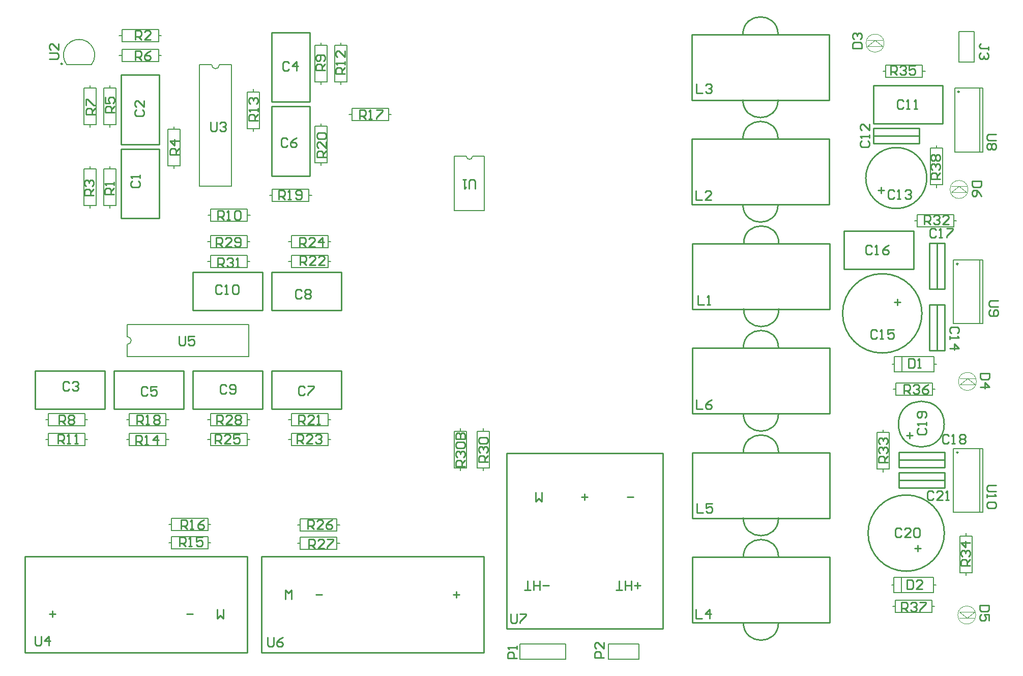
<source format=gto>
%FSAX24Y24*%
%MOIN*%
G70*
G01*
G75*
%ADD10C,0.0350*%
%ADD11C,0.0600*%
%ADD12C,0.0500*%
%ADD13C,0.1000*%
%ADD14C,0.0800*%
%ADD15R,0.0591X0.0591*%
%ADD16C,0.0591*%
%ADD17R,0.0630X0.0630*%
%ADD18C,0.0630*%
%ADD19O,0.0787X0.0551*%
%ADD20R,0.0787X0.0551*%
%ADD21R,0.0600X0.0600*%
%ADD22C,0.0600*%
G04:AMPARAMS|DCode=23|XSize=60mil|YSize=60mil|CornerRadius=7.5mil|HoleSize=0mil|Usage=FLASHONLY|Rotation=0.000|XOffset=0mil|YOffset=0mil|HoleType=Round|Shape=RoundedRectangle|*
%AMROUNDEDRECTD23*
21,1,0.0600,0.0450,0,0,0.0*
21,1,0.0450,0.0600,0,0,0.0*
1,1,0.0150,0.0225,-0.0225*
1,1,0.0150,-0.0225,-0.0225*
1,1,0.0150,-0.0225,0.0225*
1,1,0.0150,0.0225,0.0225*
%
%ADD23ROUNDEDRECTD23*%
%ADD24C,0.0906*%
%ADD25O,0.0394X0.0787*%
%ADD26R,0.0394X0.0787*%
%ADD27R,0.0591X0.0591*%
%ADD28C,0.0650*%
%ADD29C,0.0591*%
%ADD30R,0.0591X0.0591*%
%ADD31R,0.0591X0.0591*%
%ADD32C,0.2500*%
%ADD33C,0.0450*%
%ADD34C,0.0800*%
%ADD35C,0.0100*%
%ADD36C,0.0098*%
%ADD37C,0.0050*%
%ADD38C,0.0079*%
%ADD39C,0.0040*%
%ADD40C,0.0060*%
D35*
X090749Y055190D02*
G03*
X090749Y055190I-002000J000000D01*
G01*
X090429Y046320D02*
G03*
X090429Y046320I-002600J000000D01*
G01*
X091889Y039060D02*
G03*
X091889Y039060I-001500J000000D01*
G01*
X091899Y031920D02*
G03*
X091899Y031920I-002500J000000D01*
G01*
X078749Y046600D02*
G03*
X081049Y046600I001150J000000D01*
G01*
Y050900D02*
G03*
X078749Y050900I-001150J000000D01*
G01*
X078699Y053450D02*
G03*
X080999Y053450I001150J000000D01*
G01*
Y057750D02*
G03*
X078699Y057750I-001150J000000D01*
G01*
Y060300D02*
G03*
X080999Y060300I001150J000000D01*
G01*
Y064600D02*
G03*
X078699Y064600I-001150J000000D01*
G01*
X078729Y026050D02*
G03*
X081029Y026050I001150J000000D01*
G01*
Y030350D02*
G03*
X078729Y030350I-001150J000000D01*
G01*
Y032900D02*
G03*
X081029Y032900I001150J000000D01*
G01*
Y037200D02*
G03*
X078729Y037200I-001150J000000D01*
G01*
Y039750D02*
G03*
X081029Y039750I001150J000000D01*
G01*
Y044050D02*
G03*
X078729Y044050I-001150J000000D01*
G01*
X050320Y055330D02*
Y059880D01*
X047820Y055330D02*
X050320D01*
X047820D02*
Y059880D01*
X050320D01*
X047820Y060180D02*
Y064730D01*
X050320D01*
Y060180D02*
Y064730D01*
X047820Y060180D02*
X050320D01*
X042657Y049030D02*
X047207D01*
Y046530D02*
Y049030D01*
X042657Y046530D02*
X047207D01*
X042657D02*
Y049030D01*
Y042550D02*
X047207D01*
Y040050D02*
Y042550D01*
X042657Y040050D02*
X047207D01*
X042657D02*
Y042550D01*
X047820Y049030D02*
X052370D01*
Y046530D02*
Y049030D01*
X047820Y046530D02*
X052370D01*
X047820D02*
Y049030D01*
Y042550D02*
X052370D01*
Y040050D02*
Y042550D01*
X047820Y040050D02*
X052370D01*
X047820D02*
Y042550D01*
X037493Y040050D02*
X042043D01*
X037493D02*
Y042550D01*
X042043D01*
Y040050D02*
Y042550D01*
X032330Y040050D02*
X036880D01*
X032330D02*
Y042550D01*
X036880D01*
Y040050D02*
Y042550D01*
X037950Y057400D02*
Y061950D01*
X040450D01*
Y057400D02*
Y061950D01*
X037950Y057400D02*
X040450D01*
Y052550D02*
Y057100D01*
X037950Y052550D02*
X040450D01*
X037950D02*
Y057100D01*
X040450D01*
X087249Y061240D02*
X091799D01*
Y058740D02*
Y061240D01*
X087249Y058740D02*
X091799D01*
X087249D02*
Y061240D01*
X090249Y057470D02*
Y058470D01*
X090137D02*
X090249D01*
X087249Y057470D02*
Y058470D01*
Y057970D02*
X090199D01*
X088099D02*
X088949D01*
X087249Y057470D02*
X090249D01*
X087249Y058470D02*
X090137D01*
X087549Y054390D02*
X087949D01*
X087749Y054190D02*
Y054590D01*
X090909Y046890D02*
X091909D01*
X090909Y046778D02*
Y046890D01*
Y043890D02*
X091909D01*
X091409D02*
Y046840D01*
Y044740D02*
Y045590D01*
X091909Y043890D02*
Y046890D01*
X090909Y043890D02*
Y046778D01*
X088629Y047070D02*
X089029D01*
X088829Y046870D02*
Y047270D01*
X085319Y051710D02*
X089869D01*
Y049210D02*
Y051710D01*
X085319Y049210D02*
X089869D01*
X085319D02*
Y051710D01*
X090909Y047930D02*
X091909D01*
Y048042D01*
X090909Y050930D02*
X091909D01*
X091409Y047980D02*
Y050930D01*
Y049230D02*
Y050080D01*
X090909Y047930D02*
Y050930D01*
X091909Y048042D02*
Y050930D01*
Y036220D02*
Y037220D01*
X091797D02*
X091909D01*
X088909Y036220D02*
Y037220D01*
Y036720D02*
X091859D01*
X089759D02*
X090609D01*
X088909Y036220D02*
X091909D01*
X088909Y037220D02*
X091797D01*
X089614Y038110D02*
Y038510D01*
X089414Y038310D02*
X089814D01*
X090149Y030720D02*
Y031120D01*
X089949Y030920D02*
X090349D01*
X088919Y034880D02*
Y035880D01*
Y034880D02*
X089032D01*
X091919D02*
Y035880D01*
X088969Y035380D02*
X091919D01*
X090219D02*
X091069D01*
X088919Y035880D02*
X091919D01*
X089032Y034880D02*
X091919D01*
X075399Y046600D02*
Y050900D01*
X084399Y046600D02*
Y050900D01*
X075399D02*
X084399D01*
X075399Y046600D02*
X084399D01*
X075349Y053450D02*
Y057750D01*
X084349Y053450D02*
Y057750D01*
X075349D02*
X084349D01*
X075349Y053450D02*
X084349D01*
X075349Y060300D02*
Y064600D01*
X084349Y060300D02*
Y064600D01*
X075349D02*
X084349D01*
X075349Y060300D02*
X084349D01*
X075379Y026050D02*
Y030350D01*
X084379Y026050D02*
Y030350D01*
X075379D02*
X084379D01*
X075379Y026050D02*
X084379D01*
X075379Y032900D02*
Y037200D01*
X084379Y032900D02*
Y037200D01*
X075379D02*
X084379D01*
X075379Y032900D02*
X084379D01*
X075379Y039750D02*
Y044050D01*
X084379Y039750D02*
Y044050D01*
X075379D02*
X084379D01*
X075379Y039750D02*
X084379D01*
X031665Y030397D02*
X046232D01*
X031665Y024098D02*
Y030397D01*
Y024098D02*
X046232D01*
Y030397D01*
X047138Y024103D02*
X061705D01*
Y030402D01*
X047138D02*
X061705D01*
X047138Y024103D02*
Y030402D01*
X063212Y025652D02*
X073448D01*
X063212D02*
Y037148D01*
X073448D01*
Y025652D02*
Y037148D01*
X051400Y056570D02*
X050800D01*
Y056870D01*
X050900Y056970D01*
X051100D01*
X051200Y056870D01*
Y056570D01*
Y056770D02*
X051400Y056970D01*
Y057570D02*
Y057170D01*
X051000Y057570D01*
X050900D01*
X050800Y057470D01*
Y057270D01*
X050900Y057170D01*
Y057770D02*
X050800Y057870D01*
Y058070D01*
X050900Y058169D01*
X051300D01*
X051400Y058070D01*
Y057870D01*
X051300Y057770D01*
X050900D01*
X048290Y053780D02*
Y054380D01*
X048590D01*
X048690Y054280D01*
Y054080D01*
X048590Y053980D01*
X048290D01*
X048490D02*
X048690Y053780D01*
X048890D02*
X049090D01*
X048990D01*
Y054380D01*
X048890Y054280D01*
X049390Y053880D02*
X049490Y053780D01*
X049690D01*
X049790Y053880D01*
Y054280D01*
X049690Y054380D01*
X049490D01*
X049390Y054280D01*
Y054180D01*
X049490Y054080D01*
X049790D01*
X053570Y059050D02*
Y059650D01*
X053870D01*
X053970Y059550D01*
Y059350D01*
X053870Y059250D01*
X053570D01*
X053770D02*
X053970Y059050D01*
X054170D02*
X054370D01*
X054270D01*
Y059650D01*
X054170Y059550D01*
X054670Y059650D02*
X055070D01*
Y059550D01*
X054670Y059150D01*
Y059050D01*
X046910Y058970D02*
X046310D01*
Y059270D01*
X046410Y059370D01*
X046610D01*
X046710Y059270D01*
Y058970D01*
Y059170D02*
X046910Y059370D01*
Y059570D02*
Y059770D01*
Y059670D01*
X046310D01*
X046410Y059570D01*
Y060070D02*
X046310Y060170D01*
Y060370D01*
X046410Y060470D01*
X046510D01*
X046610Y060370D01*
Y060270D01*
Y060370D01*
X046710Y060470D01*
X046810D01*
X046910Y060370D01*
Y060170D01*
X046810Y060070D01*
X052630Y062020D02*
X052030D01*
Y062320D01*
X052130Y062420D01*
X052330D01*
X052430Y062320D01*
Y062020D01*
Y062220D02*
X052630Y062420D01*
Y062620D02*
Y062820D01*
Y062720D01*
X052030D01*
X052130Y062620D01*
X052630Y063520D02*
Y063120D01*
X052230Y063520D01*
X052130D01*
X052030Y063420D01*
Y063220D01*
X052130Y063120D01*
X044270Y052440D02*
Y053040D01*
X044570D01*
X044670Y052940D01*
Y052740D01*
X044570Y052640D01*
X044270D01*
X044470D02*
X044670Y052440D01*
X044870D02*
X045070D01*
X044970D01*
Y053040D01*
X044870Y052940D01*
X045370D02*
X045470Y053040D01*
X045670D01*
X045770Y052940D01*
Y052540D01*
X045670Y052440D01*
X045470D01*
X045370Y052540D01*
Y052940D01*
X051320Y062270D02*
X050720D01*
Y062570D01*
X050820Y062670D01*
X051020D01*
X051120Y062570D01*
Y062270D01*
Y062470D02*
X051320Y062670D01*
X051220Y062870D02*
X051320Y062970D01*
Y063170D01*
X051220Y063270D01*
X050820D01*
X050720Y063170D01*
Y062970D01*
X050820Y062870D01*
X050920D01*
X051020Y062970D01*
Y063270D01*
X048850Y057710D02*
X048750Y057810D01*
X048550D01*
X048450Y057710D01*
Y057310D01*
X048550Y057210D01*
X048750D01*
X048850Y057310D01*
X049450Y057810D02*
X049250Y057710D01*
X049050Y057510D01*
Y057310D01*
X049150Y057210D01*
X049350D01*
X049450Y057310D01*
Y057410D01*
X049350Y057510D01*
X049050D01*
X048950Y062710D02*
X048850Y062810D01*
X048650D01*
X048550Y062710D01*
Y062310D01*
X048650Y062210D01*
X048850D01*
X048950Y062310D01*
X049450Y062210D02*
Y062810D01*
X049150Y062510D01*
X049550D01*
X044270Y049370D02*
Y049970D01*
X044570D01*
X044670Y049870D01*
Y049670D01*
X044570Y049570D01*
X044270D01*
X044470D02*
X044670Y049370D01*
X044870Y049870D02*
X044970Y049970D01*
X045170D01*
X045270Y049870D01*
Y049770D01*
X045170Y049670D01*
X045070D01*
X045170D01*
X045270Y049570D01*
Y049470D01*
X045170Y049370D01*
X044970D01*
X044870Y049470D01*
X045470Y049370D02*
X045670D01*
X045570D01*
Y049970D01*
X045470Y049870D01*
X044200Y050700D02*
Y051300D01*
X044500D01*
X044600Y051200D01*
Y051000D01*
X044500Y050900D01*
X044200D01*
X044400D02*
X044600Y050700D01*
X045200D02*
X044800D01*
X045200Y051100D01*
Y051200D01*
X045100Y051300D01*
X044900D01*
X044800Y051200D01*
X045400Y050800D02*
X045500Y050700D01*
X045700D01*
X045799Y050800D01*
Y051200D01*
X045700Y051300D01*
X045500D01*
X045400Y051200D01*
Y051100D01*
X045500Y051000D01*
X045799D01*
X044220Y039060D02*
Y039660D01*
X044520D01*
X044620Y039560D01*
Y039360D01*
X044520Y039260D01*
X044220D01*
X044420D02*
X044620Y039060D01*
X045220D02*
X044820D01*
X045220Y039460D01*
Y039560D01*
X045120Y039660D01*
X044920D01*
X044820Y039560D01*
X045420D02*
X045520Y039660D01*
X045720D01*
X045819Y039560D01*
Y039460D01*
X045720Y039360D01*
X045819Y039260D01*
Y039160D01*
X045720Y039060D01*
X045520D01*
X045420Y039160D01*
Y039260D01*
X045520Y039360D01*
X045420Y039460D01*
Y039560D01*
X045520Y039360D02*
X045720D01*
X044130Y037800D02*
Y038400D01*
X044430D01*
X044530Y038300D01*
Y038100D01*
X044430Y038000D01*
X044130D01*
X044330D02*
X044530Y037800D01*
X045130D02*
X044730D01*
X045130Y038200D01*
Y038300D01*
X045030Y038400D01*
X044830D01*
X044730Y038300D01*
X045729Y038400D02*
X045330D01*
Y038100D01*
X045530Y038200D01*
X045630D01*
X045729Y038100D01*
Y037900D01*
X045630Y037800D01*
X045430D01*
X045330Y037900D01*
X049650Y050680D02*
Y051280D01*
X049950D01*
X050050Y051180D01*
Y050980D01*
X049950Y050880D01*
X049650D01*
X049850D02*
X050050Y050680D01*
X050650D02*
X050250D01*
X050650Y051080D01*
Y051180D01*
X050550Y051280D01*
X050350D01*
X050250Y051180D01*
X051150Y050680D02*
Y051280D01*
X050850Y050980D01*
X051249D01*
X049470Y037780D02*
Y038380D01*
X049770D01*
X049870Y038280D01*
Y038080D01*
X049770Y037980D01*
X049470D01*
X049670D02*
X049870Y037780D01*
X050470D02*
X050070D01*
X050470Y038180D01*
Y038280D01*
X050370Y038380D01*
X050170D01*
X050070Y038280D01*
X050670D02*
X050770Y038380D01*
X050970D01*
X051069Y038280D01*
Y038180D01*
X050970Y038080D01*
X050870D01*
X050970D01*
X051069Y037980D01*
Y037880D01*
X050970Y037780D01*
X050770D01*
X050670Y037880D01*
X049670Y049500D02*
Y050100D01*
X049970D01*
X050070Y050000D01*
Y049800D01*
X049970Y049700D01*
X049670D01*
X049870D02*
X050070Y049500D01*
X050670D02*
X050270D01*
X050670Y049900D01*
Y050000D01*
X050570Y050100D01*
X050370D01*
X050270Y050000D01*
X051269Y049500D02*
X050870D01*
X051269Y049900D01*
Y050000D01*
X051170Y050100D01*
X050970D01*
X050870Y050000D01*
X049600Y039040D02*
Y039640D01*
X049900D01*
X050000Y039540D01*
Y039340D01*
X049900Y039240D01*
X049600D01*
X049800D02*
X050000Y039040D01*
X050600D02*
X050200D01*
X050600Y039440D01*
Y039540D01*
X050500Y039640D01*
X050300D01*
X050200Y039540D01*
X050800Y039040D02*
X051000D01*
X050900D01*
Y039640D01*
X050800Y039540D01*
X038990Y039040D02*
Y039640D01*
X039290D01*
X039390Y039540D01*
Y039340D01*
X039290Y039240D01*
X038990D01*
X039190D02*
X039390Y039040D01*
X039590D02*
X039790D01*
X039690D01*
Y039640D01*
X039590Y039540D01*
X040090D02*
X040190Y039640D01*
X040390D01*
X040490Y039540D01*
Y039440D01*
X040390Y039340D01*
X040490Y039240D01*
Y039140D01*
X040390Y039040D01*
X040190D01*
X040090Y039140D01*
Y039240D01*
X040190Y039340D01*
X040090Y039440D01*
Y039540D01*
X040190Y039340D02*
X040390D01*
X038920Y037730D02*
Y038330D01*
X039220D01*
X039320Y038230D01*
Y038030D01*
X039220Y037930D01*
X038920D01*
X039120D02*
X039320Y037730D01*
X039520D02*
X039720D01*
X039620D01*
Y038330D01*
X039520Y038230D01*
X040320Y037730D02*
Y038330D01*
X040020Y038030D01*
X040420D01*
X033810Y037780D02*
Y038380D01*
X034110D01*
X034210Y038280D01*
Y038080D01*
X034110Y037980D01*
X033810D01*
X034010D02*
X034210Y037780D01*
X034410D02*
X034610D01*
X034510D01*
Y038380D01*
X034410Y038280D01*
X034910Y037780D02*
X035110D01*
X035010D01*
Y038380D01*
X034910Y038280D01*
X033880Y039060D02*
Y039660D01*
X034180D01*
X034280Y039560D01*
Y039360D01*
X034180Y039260D01*
X033880D01*
X034080D02*
X034280Y039060D01*
X034480Y039560D02*
X034580Y039660D01*
X034780D01*
X034880Y039560D01*
Y039460D01*
X034780Y039360D01*
X034880Y039260D01*
Y039160D01*
X034780Y039060D01*
X034580D01*
X034480Y039160D01*
Y039260D01*
X034580Y039360D01*
X034480Y039460D01*
Y039560D01*
X034580Y039360D02*
X034780D01*
X044540Y048090D02*
X044440Y048190D01*
X044240D01*
X044140Y048090D01*
Y047690D01*
X044240Y047590D01*
X044440D01*
X044540Y047690D01*
X044740Y047590D02*
X044940D01*
X044840D01*
Y048190D01*
X044740Y048090D01*
X045240D02*
X045340Y048190D01*
X045540D01*
X045640Y048090D01*
Y047690D01*
X045540Y047590D01*
X045340D01*
X045240Y047690D01*
Y048090D01*
X044850Y041550D02*
X044750Y041650D01*
X044550D01*
X044450Y041550D01*
Y041150D01*
X044550Y041050D01*
X044750D01*
X044850Y041150D01*
X045050D02*
X045150Y041050D01*
X045350D01*
X045450Y041150D01*
Y041550D01*
X045350Y041650D01*
X045150D01*
X045050Y041550D01*
Y041450D01*
X045150Y041350D01*
X045450D01*
X049770Y047800D02*
X049670Y047900D01*
X049470D01*
X049370Y047800D01*
Y047400D01*
X049470Y047300D01*
X049670D01*
X049770Y047400D01*
X049970Y047800D02*
X050070Y047900D01*
X050270D01*
X050370Y047800D01*
Y047700D01*
X050270Y047600D01*
X050370Y047500D01*
Y047400D01*
X050270Y047300D01*
X050070D01*
X049970Y047400D01*
Y047500D01*
X050070Y047600D01*
X049970Y047700D01*
Y047800D01*
X050070Y047600D02*
X050270D01*
X050000Y041460D02*
X049900Y041560D01*
X049700D01*
X049600Y041460D01*
Y041060D01*
X049700Y040960D01*
X049900D01*
X050000Y041060D01*
X050200Y041560D02*
X050600D01*
Y041460D01*
X050200Y041060D01*
Y040960D01*
X039690Y041420D02*
X039590Y041520D01*
X039390D01*
X039290Y041420D01*
Y041020D01*
X039390Y040920D01*
X039590D01*
X039690Y041020D01*
X040290Y041520D02*
X039890D01*
Y041220D01*
X040090Y041320D01*
X040190D01*
X040290Y041220D01*
Y041020D01*
X040190Y040920D01*
X039990D01*
X039890Y041020D01*
X034550Y041740D02*
X034450Y041840D01*
X034250D01*
X034150Y041740D01*
Y041340D01*
X034250Y041240D01*
X034450D01*
X034550Y041340D01*
X034750Y041740D02*
X034850Y041840D01*
X035050D01*
X035150Y041740D01*
Y041640D01*
X035050Y041540D01*
X034950D01*
X035050D01*
X035150Y041440D01*
Y041340D01*
X035050Y041240D01*
X034850D01*
X034750Y041340D01*
X036240Y059350D02*
X035640D01*
Y059650D01*
X035740Y059750D01*
X035940D01*
X036040Y059650D01*
Y059350D01*
Y059550D02*
X036240Y059750D01*
X035640Y059950D02*
Y060350D01*
X035740D01*
X036140Y059950D01*
X036240D01*
X038890Y062910D02*
Y063510D01*
X039190D01*
X039290Y063410D01*
Y063210D01*
X039190Y063110D01*
X038890D01*
X039090D02*
X039290Y062910D01*
X039890Y063510D02*
X039690Y063410D01*
X039490Y063210D01*
Y063010D01*
X039590Y062910D01*
X039790D01*
X039890Y063010D01*
Y063110D01*
X039790Y063210D01*
X039490D01*
X037510Y059500D02*
X036910D01*
Y059800D01*
X037010Y059900D01*
X037210D01*
X037310Y059800D01*
Y059500D01*
Y059700D02*
X037510Y059900D01*
X036910Y060500D02*
Y060100D01*
X037210D01*
X037110Y060300D01*
Y060400D01*
X037210Y060500D01*
X037410D01*
X037510Y060400D01*
Y060200D01*
X037410Y060100D01*
X041740Y056730D02*
X041140D01*
Y057030D01*
X041240Y057130D01*
X041440D01*
X041540Y057030D01*
Y056730D01*
Y056930D02*
X041740Y057130D01*
Y057630D02*
X041140D01*
X041440Y057330D01*
Y057730D01*
X036160Y054070D02*
X035560D01*
Y054370D01*
X035660Y054470D01*
X035860D01*
X035960Y054370D01*
Y054070D01*
Y054270D02*
X036160Y054470D01*
X035660Y054670D02*
X035560Y054770D01*
Y054970D01*
X035660Y055070D01*
X035760D01*
X035860Y054970D01*
Y054870D01*
Y054970D01*
X035960Y055070D01*
X036060D01*
X036160Y054970D01*
Y054770D01*
X036060Y054670D01*
X038870Y064240D02*
Y064840D01*
X039170D01*
X039270Y064740D01*
Y064540D01*
X039170Y064440D01*
X038870D01*
X039070D02*
X039270Y064240D01*
X039870D02*
X039470D01*
X039870Y064640D01*
Y064740D01*
X039770Y064840D01*
X039570D01*
X039470Y064740D01*
X037490Y054120D02*
X036890D01*
Y054420D01*
X036990Y054520D01*
X037190D01*
X037290Y054420D01*
Y054120D01*
Y054320D02*
X037490Y054520D01*
Y054720D02*
Y054920D01*
Y054820D01*
X036890D01*
X036990Y054720D01*
X038960Y059660D02*
X038860Y059560D01*
Y059360D01*
X038960Y059260D01*
X039360D01*
X039460Y059360D01*
Y059560D01*
X039360Y059660D01*
X039460Y060260D02*
Y059860D01*
X039060Y060260D01*
X038960D01*
X038860Y060160D01*
Y059960D01*
X038960Y059860D01*
X038700Y055000D02*
X038600Y054900D01*
Y054700D01*
X038700Y054600D01*
X039100D01*
X039200Y054700D01*
Y054900D01*
X039100Y055000D01*
X039200Y055200D02*
Y055400D01*
Y055300D01*
X038600D01*
X038700Y055200D01*
X089210Y060230D02*
X089110Y060330D01*
X088910D01*
X088810Y060230D01*
Y059830D01*
X088910Y059730D01*
X089110D01*
X089210Y059830D01*
X089410Y059730D02*
X089610D01*
X089510D01*
Y060330D01*
X089410Y060230D01*
X089910Y059730D02*
X090110D01*
X090010D01*
Y060330D01*
X089910Y060230D01*
X086470Y057610D02*
X086370Y057510D01*
Y057310D01*
X086470Y057210D01*
X086870D01*
X086970Y057310D01*
Y057510D01*
X086870Y057610D01*
X086970Y057810D02*
Y058010D01*
Y057910D01*
X086370D01*
X086470Y057810D01*
X086970Y058710D02*
Y058310D01*
X086570Y058710D01*
X086470D01*
X086370Y058610D01*
Y058410D01*
X086470Y058310D01*
X088630Y054310D02*
X088530Y054410D01*
X088330D01*
X088230Y054310D01*
Y053910D01*
X088330Y053810D01*
X088530D01*
X088630Y053910D01*
X088830Y053810D02*
X089030D01*
X088930D01*
Y054410D01*
X088830Y054310D01*
X089330D02*
X089430Y054410D01*
X089630D01*
X089730Y054310D01*
Y054210D01*
X089630Y054110D01*
X089530D01*
X089630D01*
X089730Y054010D01*
Y053910D01*
X089630Y053810D01*
X089430D01*
X089330Y053910D01*
X092760Y045010D02*
X092860Y045110D01*
Y045310D01*
X092760Y045410D01*
X092360D01*
X092260Y045310D01*
Y045110D01*
X092360Y045010D01*
X092260Y044810D02*
Y044610D01*
Y044710D01*
X092860D01*
X092760Y044810D01*
X092260Y044010D02*
X092860D01*
X092560Y044310D01*
Y043910D01*
X087470Y045160D02*
X087370Y045260D01*
X087170D01*
X087070Y045160D01*
Y044760D01*
X087170Y044660D01*
X087370D01*
X087470Y044760D01*
X087670Y044660D02*
X087870D01*
X087770D01*
Y045260D01*
X087670Y045160D01*
X088570Y045260D02*
X088170D01*
Y044960D01*
X088370Y045060D01*
X088470D01*
X088570Y044960D01*
Y044760D01*
X088470Y044660D01*
X088270D01*
X088170Y044760D01*
X087160Y050700D02*
X087060Y050800D01*
X086860D01*
X086760Y050700D01*
Y050300D01*
X086860Y050200D01*
X087060D01*
X087160Y050300D01*
X087360Y050200D02*
X087560D01*
X087460D01*
Y050800D01*
X087360Y050700D01*
X088260Y050800D02*
X088060Y050700D01*
X087860Y050500D01*
Y050300D01*
X087960Y050200D01*
X088160D01*
X088260Y050300D01*
Y050400D01*
X088160Y050500D01*
X087860D01*
X091360Y051780D02*
X091260Y051880D01*
X091060D01*
X090960Y051780D01*
Y051380D01*
X091060Y051280D01*
X091260D01*
X091360Y051380D01*
X091560Y051280D02*
X091760D01*
X091660D01*
Y051880D01*
X091560Y051780D01*
X092060Y051880D02*
X092460D01*
Y051780D01*
X092060Y051380D01*
Y051280D01*
X092200Y038280D02*
X092100Y038380D01*
X091900D01*
X091800Y038280D01*
Y037880D01*
X091900Y037780D01*
X092100D01*
X092200Y037880D01*
X092400Y037780D02*
X092600D01*
X092500D01*
Y038380D01*
X092400Y038280D01*
X092900D02*
X093000Y038380D01*
X093200D01*
X093300Y038280D01*
Y038180D01*
X093200Y038080D01*
X093300Y037980D01*
Y037880D01*
X093200Y037780D01*
X093000D01*
X092900Y037880D01*
Y037980D01*
X093000Y038080D01*
X092900Y038180D01*
Y038280D01*
X093000Y038080D02*
X093200D01*
X090220Y038800D02*
X090120Y038700D01*
Y038500D01*
X090220Y038400D01*
X090620D01*
X090720Y038500D01*
Y038700D01*
X090620Y038800D01*
X090720Y039000D02*
Y039200D01*
Y039100D01*
X090120D01*
X090220Y039000D01*
X090620Y039500D02*
X090720Y039600D01*
Y039800D01*
X090620Y039900D01*
X090220D01*
X090120Y039800D01*
Y039600D01*
X090220Y039500D01*
X090320D01*
X090420Y039600D01*
Y039900D01*
X089090Y032170D02*
X088990Y032270D01*
X088790D01*
X088690Y032170D01*
Y031770D01*
X088790Y031670D01*
X088990D01*
X089090Y031770D01*
X089690Y031670D02*
X089290D01*
X089690Y032070D01*
Y032170D01*
X089590Y032270D01*
X089390D01*
X089290Y032170D01*
X089890D02*
X089990Y032270D01*
X090190D01*
X090289Y032170D01*
Y031770D01*
X090190Y031670D01*
X089990D01*
X089890Y031770D01*
Y032170D01*
X091170Y034590D02*
X091070Y034690D01*
X090870D01*
X090770Y034590D01*
Y034190D01*
X090870Y034090D01*
X091070D01*
X091170Y034190D01*
X091770Y034090D02*
X091370D01*
X091770Y034490D01*
Y034590D01*
X091670Y034690D01*
X091470D01*
X091370Y034590D01*
X091970Y034090D02*
X092170D01*
X092070D01*
Y034690D01*
X091970Y034590D01*
X089560Y043340D02*
Y042740D01*
X089860D01*
X089960Y042840D01*
Y043240D01*
X089860Y043340D01*
X089560D01*
X090160Y042740D02*
X090360D01*
X090260D01*
Y043340D01*
X090160Y043240D01*
X089440Y028870D02*
Y028270D01*
X089740D01*
X089840Y028370D01*
Y028770D01*
X089740Y028870D01*
X089440D01*
X090440Y028270D02*
X090040D01*
X090440Y028670D01*
Y028770D01*
X090340Y028870D01*
X090140D01*
X090040Y028770D01*
X094780Y063600D02*
Y063800D01*
Y063700D01*
X094280D01*
X094180Y063800D01*
Y063900D01*
X094280Y064000D01*
X094680Y063400D02*
X094780Y063300D01*
Y063100D01*
X094680Y063000D01*
X094580D01*
X094480Y063100D01*
Y063200D01*
Y063100D01*
X094380Y063000D01*
X094280D01*
X094180Y063100D01*
Y063300D01*
X094280Y063400D01*
X075760Y047490D02*
Y046890D01*
X076160D01*
X076360D02*
X076560D01*
X076460D01*
Y047490D01*
X076360Y047390D01*
X075610Y054360D02*
Y053760D01*
X076010D01*
X076610D02*
X076210D01*
X076610Y054160D01*
Y054260D01*
X076510Y054360D01*
X076310D01*
X076210Y054260D01*
X075660Y061340D02*
Y060740D01*
X076060D01*
X076260Y061240D02*
X076360Y061340D01*
X076560D01*
X076660Y061240D01*
Y061140D01*
X076560Y061040D01*
X076460D01*
X076560D01*
X076660Y060940D01*
Y060840D01*
X076560Y060740D01*
X076360D01*
X076260Y060840D01*
X075610Y026910D02*
Y026310D01*
X076010D01*
X076510D02*
Y026910D01*
X076210Y026610D01*
X076610D01*
X075680Y033870D02*
Y033270D01*
X076080D01*
X076680Y033870D02*
X076280D01*
Y033570D01*
X076480Y033670D01*
X076580D01*
X076680Y033570D01*
Y033370D01*
X076580Y033270D01*
X076380D01*
X076280Y033370D01*
X075653Y040668D02*
Y040068D01*
X076053D01*
X076653Y040668D02*
X076453Y040568D01*
X076253Y040368D01*
Y040168D01*
X076353Y040068D01*
X076553D01*
X076653Y040168D01*
Y040268D01*
X076553Y040368D01*
X076253D01*
X090570Y052140D02*
Y052740D01*
X090870D01*
X090970Y052640D01*
Y052440D01*
X090870Y052340D01*
X090570D01*
X090770D02*
X090970Y052140D01*
X091170Y052640D02*
X091270Y052740D01*
X091470D01*
X091570Y052640D01*
Y052540D01*
X091470Y052440D01*
X091370D01*
X091470D01*
X091570Y052340D01*
Y052240D01*
X091470Y052140D01*
X091270D01*
X091170Y052240D01*
X092169Y052140D02*
X091770D01*
X092169Y052540D01*
Y052640D01*
X092070Y052740D01*
X091870D01*
X091770Y052640D01*
X088200Y036540D02*
X087600D01*
Y036840D01*
X087700Y036940D01*
X087900D01*
X088000Y036840D01*
Y036540D01*
Y036740D02*
X088200Y036940D01*
X087700Y037140D02*
X087600Y037240D01*
Y037440D01*
X087700Y037540D01*
X087800D01*
X087900Y037440D01*
Y037340D01*
Y037440D01*
X088000Y037540D01*
X088100D01*
X088200Y037440D01*
Y037240D01*
X088100Y037140D01*
X087700Y037740D02*
X087600Y037840D01*
Y038040D01*
X087700Y038139D01*
X087800D01*
X087900Y038040D01*
Y037940D01*
Y038040D01*
X088000Y038139D01*
X088100D01*
X088200Y038040D01*
Y037840D01*
X088100Y037740D01*
X093570Y029780D02*
X092970D01*
Y030080D01*
X093070Y030180D01*
X093270D01*
X093370Y030080D01*
Y029780D01*
Y029980D02*
X093570Y030180D01*
X093070Y030380D02*
X092970Y030480D01*
Y030680D01*
X093070Y030780D01*
X093170D01*
X093270Y030680D01*
Y030580D01*
Y030680D01*
X093370Y030780D01*
X093470D01*
X093570Y030680D01*
Y030480D01*
X093470Y030380D01*
X093570Y031280D02*
X092970D01*
X093270Y030980D01*
Y031379D01*
X095280Y058070D02*
X094780D01*
X094680Y057970D01*
Y057770D01*
X094780Y057670D01*
X095280D01*
X095180Y057470D02*
X095280Y057370D01*
Y057170D01*
X095180Y057070D01*
X095080D01*
X094980Y057170D01*
X094880Y057070D01*
X094780D01*
X094680Y057170D01*
Y057370D01*
X094780Y057470D01*
X094880D01*
X094980Y057370D01*
X095080Y057470D01*
X095180D01*
X094980Y057370D02*
Y057170D01*
X095410Y047150D02*
X094910D01*
X094810Y047050D01*
Y046850D01*
X094910Y046750D01*
X095410D01*
X094910Y046550D02*
X094810Y046450D01*
Y046250D01*
X094910Y046150D01*
X095310D01*
X095410Y046250D01*
Y046450D01*
X095310Y046550D01*
X095210D01*
X095110Y046450D01*
Y046150D01*
X095280Y035040D02*
X094780D01*
X094680Y034940D01*
Y034740D01*
X094780Y034640D01*
X095280D01*
X094680Y034440D02*
Y034240D01*
Y034340D01*
X095280D01*
X095180Y034440D01*
Y033940D02*
X095280Y033840D01*
Y033640D01*
X095180Y033540D01*
X094780D01*
X094680Y033640D01*
Y033840D01*
X094780Y033940D01*
X095180D01*
X041790Y031040D02*
Y031640D01*
X042090D01*
X042190Y031540D01*
Y031340D01*
X042090Y031240D01*
X041790D01*
X041990D02*
X042190Y031040D01*
X042390D02*
X042590D01*
X042490D01*
Y031640D01*
X042390Y031540D01*
X043290Y031640D02*
X042890D01*
Y031340D01*
X043090Y031440D01*
X043190D01*
X043290Y031340D01*
Y031140D01*
X043190Y031040D01*
X042990D01*
X042890Y031140D01*
X041900Y032180D02*
Y032780D01*
X042200D01*
X042300Y032680D01*
Y032480D01*
X042200Y032380D01*
X041900D01*
X042100D02*
X042300Y032180D01*
X042500D02*
X042700D01*
X042600D01*
Y032780D01*
X042500Y032680D01*
X043400Y032780D02*
X043200Y032680D01*
X043000Y032480D01*
Y032280D01*
X043100Y032180D01*
X043300D01*
X043400Y032280D01*
Y032380D01*
X043300Y032480D01*
X043000D01*
X050200Y032180D02*
Y032780D01*
X050500D01*
X050600Y032680D01*
Y032480D01*
X050500Y032380D01*
X050200D01*
X050400D02*
X050600Y032180D01*
X051200D02*
X050800D01*
X051200Y032580D01*
Y032680D01*
X051100Y032780D01*
X050900D01*
X050800Y032680D01*
X051799Y032780D02*
X051600Y032680D01*
X051400Y032480D01*
Y032280D01*
X051500Y032180D01*
X051700D01*
X051799Y032280D01*
Y032380D01*
X051700Y032480D01*
X051400D01*
X050250Y030920D02*
Y031520D01*
X050550D01*
X050650Y031420D01*
Y031220D01*
X050550Y031120D01*
X050250D01*
X050450D02*
X050650Y030920D01*
X051250D02*
X050850D01*
X051250Y031320D01*
Y031420D01*
X051150Y031520D01*
X050950D01*
X050850Y031420D01*
X051450Y031520D02*
X051849D01*
Y031420D01*
X051450Y031020D01*
Y030920D01*
X062000Y036600D02*
X061400D01*
Y036900D01*
X061500Y037000D01*
X061700D01*
X061800Y036900D01*
Y036600D01*
Y036800D02*
X062000Y037000D01*
X061500Y037200D02*
X061400Y037300D01*
Y037500D01*
X061500Y037600D01*
X061600D01*
X061700Y037500D01*
Y037400D01*
Y037500D01*
X061800Y037600D01*
X061900D01*
X062000Y037500D01*
Y037300D01*
X061900Y037200D01*
X061500Y037800D02*
X061400Y037900D01*
Y038100D01*
X061500Y038199D01*
X061900D01*
X062000Y038100D01*
Y037900D01*
X061900Y037800D01*
X061500D01*
X061160Y054480D02*
Y054980D01*
X061060Y055080D01*
X060860D01*
X060760Y054980D01*
Y054480D01*
X060560Y055080D02*
X060360D01*
X060460D01*
Y054480D01*
X060560Y054580D01*
X032320Y025150D02*
Y024650D01*
X032420Y024550D01*
X032620D01*
X032720Y024650D01*
Y025150D01*
X033220Y024550D02*
Y025150D01*
X032920Y024850D01*
X033320D01*
X033636Y026620D02*
X033237D01*
X033436Y026420D02*
Y026820D01*
X042652Y026620D02*
X042252D01*
X044660Y026920D02*
Y026320D01*
X044460Y026520D01*
X044260Y026320D01*
Y026920D01*
X047560Y025080D02*
Y024580D01*
X047660Y024480D01*
X047860D01*
X047960Y024580D01*
Y025080D01*
X048560D02*
X048360Y024980D01*
X048160Y024780D01*
Y024580D01*
X048260Y024480D01*
X048460D01*
X048560Y024580D01*
Y024680D01*
X048460Y024780D01*
X048160D01*
X059734Y027880D02*
X060133D01*
X059934Y028080D02*
Y027680D01*
X050718Y027880D02*
X051118D01*
X048710Y027580D02*
Y028180D01*
X048910Y027980D01*
X049110Y028180D01*
Y027580D01*
X063470Y026620D02*
Y026120D01*
X063570Y026020D01*
X063770D01*
X063870Y026120D01*
Y026620D01*
X064070D02*
X064470D01*
Y026520D01*
X064070Y026120D01*
Y026020D01*
X071530Y034300D02*
X071130D01*
X068530D02*
X068130D01*
X068330Y034100D02*
Y034500D01*
X065530Y034600D02*
Y034000D01*
X065330Y034200D01*
X065130Y034000D01*
Y034600D01*
X071980Y028500D02*
X071580D01*
X071780Y028300D02*
Y028700D01*
X071380Y028200D02*
Y028800D01*
Y028500D01*
X070980D01*
Y028200D01*
Y028800D01*
X070780Y028200D02*
X070381D01*
X070580D01*
Y028800D01*
X065980Y028500D02*
X065580D01*
X065380Y028200D02*
Y028800D01*
Y028500D01*
X064980D01*
Y028200D01*
Y028800D01*
X064780Y028200D02*
X064381D01*
X064580D01*
Y028800D01*
X033250Y062980D02*
X033750D01*
X033850Y063080D01*
Y063280D01*
X033750Y063380D01*
X033250D01*
X033850Y063980D02*
Y063580D01*
X033450Y063980D01*
X033350D01*
X033250Y063880D01*
Y063680D01*
X033350Y063580D01*
X063880Y023730D02*
X063280D01*
Y024030D01*
X063380Y024130D01*
X063580D01*
X063680Y024030D01*
Y023730D01*
X063880Y024330D02*
Y024530D01*
Y024430D01*
X063280D01*
X063380Y024330D01*
X069580Y023750D02*
X068980D01*
Y024050D01*
X069080Y024150D01*
X069280D01*
X069380Y024050D01*
Y023750D01*
X069580Y024750D02*
Y024350D01*
X069180Y024750D01*
X069080D01*
X068980Y024650D01*
Y024450D01*
X069080Y024350D01*
X085890Y063690D02*
X086490D01*
Y063990D01*
X086390Y064090D01*
X085990D01*
X085890Y063990D01*
Y063690D01*
X085990Y064290D02*
X085890Y064390D01*
Y064590D01*
X085990Y064690D01*
X086090D01*
X086190Y064590D01*
Y064490D01*
Y064590D01*
X086290Y064690D01*
X086390D01*
X086490Y064590D01*
Y064390D01*
X086390Y064290D01*
X094850Y042390D02*
X094250D01*
Y042090D01*
X094350Y041990D01*
X094750D01*
X094850Y042090D01*
Y042390D01*
X094250Y041490D02*
X094850D01*
X094550Y041790D01*
Y041390D01*
X094830Y027190D02*
X094230D01*
Y026890D01*
X094330Y026790D01*
X094730D01*
X094830Y026890D01*
Y027190D01*
Y026190D02*
Y026590D01*
X094530D01*
X094630Y026390D01*
Y026290D01*
X094530Y026190D01*
X094330D01*
X094230Y026290D01*
Y026490D01*
X094330Y026590D01*
X094320Y054990D02*
X093720D01*
Y054690D01*
X093820Y054590D01*
X094220D01*
X094320Y054690D01*
Y054990D01*
Y053990D02*
X094220Y054190D01*
X094020Y054390D01*
X093820D01*
X093720Y054290D01*
Y054090D01*
X093820Y053990D01*
X093920D01*
X094020Y054090D01*
Y054390D01*
X088400Y061950D02*
Y062550D01*
X088700D01*
X088800Y062450D01*
Y062250D01*
X088700Y062150D01*
X088400D01*
X088600D02*
X088800Y061950D01*
X089000Y062450D02*
X089100Y062550D01*
X089300D01*
X089400Y062450D01*
Y062350D01*
X089300Y062250D01*
X089200D01*
X089300D01*
X089400Y062150D01*
Y062050D01*
X089300Y061950D01*
X089100D01*
X089000Y062050D01*
X089999Y062550D02*
X089600D01*
Y062250D01*
X089800Y062350D01*
X089900D01*
X089999Y062250D01*
Y062050D01*
X089900Y061950D01*
X089700D01*
X089600Y062050D01*
X089260Y041070D02*
Y041670D01*
X089560D01*
X089660Y041570D01*
Y041370D01*
X089560Y041270D01*
X089260D01*
X089460D02*
X089660Y041070D01*
X089860Y041570D02*
X089960Y041670D01*
X090160D01*
X090260Y041570D01*
Y041470D01*
X090160Y041370D01*
X090060D01*
X090160D01*
X090260Y041270D01*
Y041170D01*
X090160Y041070D01*
X089960D01*
X089860Y041170D01*
X090859Y041670D02*
X090660Y041570D01*
X090460Y041370D01*
Y041170D01*
X090560Y041070D01*
X090760D01*
X090859Y041170D01*
Y041270D01*
X090760Y041370D01*
X090460D01*
X089070Y026800D02*
Y027400D01*
X089370D01*
X089470Y027300D01*
Y027100D01*
X089370Y027000D01*
X089070D01*
X089270D02*
X089470Y026800D01*
X089670Y027300D02*
X089770Y027400D01*
X089970D01*
X090070Y027300D01*
Y027200D01*
X089970Y027100D01*
X089870D01*
X089970D01*
X090070Y027000D01*
Y026900D01*
X089970Y026800D01*
X089770D01*
X089670Y026900D01*
X090270Y027400D02*
X090669D01*
Y027300D01*
X090270Y026900D01*
Y026800D01*
X091630Y055120D02*
X091030D01*
Y055420D01*
X091130Y055520D01*
X091330D01*
X091430Y055420D01*
Y055120D01*
Y055320D02*
X091630Y055520D01*
X091130Y055720D02*
X091030Y055820D01*
Y056020D01*
X091130Y056120D01*
X091230D01*
X091330Y056020D01*
Y055920D01*
Y056020D01*
X091430Y056120D01*
X091530D01*
X091630Y056020D01*
Y055820D01*
X091530Y055720D01*
X091130Y056320D02*
X091030Y056420D01*
Y056620D01*
X091130Y056719D01*
X091230D01*
X091330Y056620D01*
X091430Y056719D01*
X091530D01*
X091630Y056620D01*
Y056420D01*
X091530Y056320D01*
X091430D01*
X091330Y056420D01*
X091230Y056320D01*
X091130D01*
X091330Y056420D02*
Y056620D01*
X060500Y036300D02*
X059900D01*
Y036600D01*
X060000Y036700D01*
X060200D01*
X060300Y036600D01*
Y036300D01*
Y036500D02*
X060500Y036700D01*
X060000Y036900D02*
X059900Y037000D01*
Y037200D01*
X060000Y037300D01*
X060100D01*
X060200Y037200D01*
Y037100D01*
Y037200D01*
X060300Y037300D01*
X060400D01*
X060500Y037200D01*
Y037000D01*
X060400Y036900D01*
X060000Y037500D02*
X059900Y037600D01*
Y037800D01*
X060000Y037899D01*
X060400D01*
X060500Y037800D01*
Y037600D01*
X060400Y037500D01*
X060000D01*
X059900Y038099D02*
X060500D01*
Y038399D01*
X060400Y038499D01*
X060300D01*
X060200Y038399D01*
Y038099D01*
Y038399D01*
X060100Y038499D01*
X060000D01*
X059900Y038399D01*
Y038099D01*
X043810Y058870D02*
Y058370D01*
X043910Y058270D01*
X044110D01*
X044210Y058370D01*
Y058870D01*
X044410Y058770D02*
X044510Y058870D01*
X044710D01*
X044810Y058770D01*
Y058670D01*
X044710Y058570D01*
X044610D01*
X044710D01*
X044810Y058470D01*
Y058370D01*
X044710Y058270D01*
X044510D01*
X044410Y058370D01*
X041740Y044820D02*
Y044320D01*
X041840Y044220D01*
X042040D01*
X042140Y044320D01*
Y044820D01*
X042740D02*
X042340D01*
Y044520D01*
X042540Y044620D01*
X042640D01*
X042740Y044520D01*
Y044320D01*
X042640Y044220D01*
X042440D01*
X042340Y044320D01*
D36*
X092876Y060840D02*
G03*
X092876Y060840I-000049J000000D01*
G01*
X092798Y049561D02*
G03*
X092798Y049561I-000049J000000D01*
G01*
Y037211D02*
G03*
X092798Y037211I-000049J000000D01*
G01*
X034107Y062667D02*
G03*
X034107Y062667I-000049J000000D01*
G01*
D37*
X060583Y056612D02*
G03*
X060977Y056612I000197J000000D01*
G01*
X059796Y056612D02*
X060583D01*
X060977D02*
X061764D01*
Y053068D02*
Y056612D01*
X059796Y053068D02*
X061764D01*
X059796D02*
Y056612D01*
D38*
X036007Y062620D02*
G03*
X034393Y062620I-000807J000630D01*
G01*
X038364Y044290D02*
G03*
X038364Y044790I000000J000250D01*
G01*
X043890Y062606D02*
G03*
X044390Y062606I000250J000000D01*
G01*
X092839Y062790D02*
X093839D01*
X092839D02*
Y064790D01*
X093839D01*
Y062790D02*
Y064790D01*
X094225Y056884D02*
Y061096D01*
X094422Y056884D02*
Y061096D01*
X092571Y056884D02*
Y061096D01*
X094422D01*
X092571Y056884D02*
X094422D01*
X092493Y045643D02*
X094422D01*
X092493Y049817D02*
X094422D01*
X092493Y045643D02*
Y049817D01*
X094422Y045643D02*
Y049817D01*
X094225Y045643D02*
Y049817D01*
X092493Y033293D02*
X094422D01*
X092493Y037467D02*
X094422D01*
X092493Y033293D02*
Y037467D01*
X094422Y033293D02*
Y037467D01*
X094225Y033293D02*
Y037467D01*
X034393Y062620D02*
X036007D01*
X064100Y023650D02*
X067100D01*
Y024650D01*
X064100D02*
X067100D01*
X064100Y023650D02*
Y024650D01*
X071870Y023650D02*
Y024650D01*
X069870Y023650D02*
X071870D01*
X069870D02*
Y024650D01*
X071870D01*
X038364Y045583D02*
X046316D01*
X038364Y043497D02*
X046316D01*
Y045583D01*
X038364Y044790D02*
Y045583D01*
Y043497D02*
Y044290D01*
X045183Y054654D02*
Y062606D01*
X043097Y054654D02*
Y062606D01*
Y054654D02*
X045183D01*
X044390Y062606D02*
X045183D01*
X043097D02*
X043890D01*
D39*
X087950Y064030D02*
G03*
X087950Y064030I-000591J000000D01*
G01*
X094000Y041860D02*
G03*
X094000Y041860I-000591J000000D01*
G01*
X093960Y026550D02*
G03*
X093960Y026550I-000591J000000D01*
G01*
X093450Y054440D02*
G03*
X093450Y054440I-000591J000000D01*
G01*
X086859Y064230D02*
X087359D01*
X086859Y063830D02*
X087359Y064230D01*
X087859D01*
X087359D02*
X087859Y063830D01*
X086859D02*
X087859D01*
X092909Y042060D02*
X093409D01*
X092909Y041660D02*
X093409Y042060D01*
X093909D01*
X093409D02*
X093909Y041660D01*
X092909D02*
X093909D01*
X093369Y026350D02*
X093869D01*
X093369D02*
X093869Y026750D01*
X092869Y026350D02*
X093369D01*
X092869Y026750D02*
X093369Y026350D01*
X092869Y026750D02*
X093869D01*
X092359Y054640D02*
X092859D01*
X092359Y054240D02*
X092859Y054640D01*
X093359D01*
X092859D02*
X093359Y054240D01*
X092359D02*
X093359D01*
D40*
X050660Y058590D02*
X051460D01*
Y056190D02*
Y058590D01*
X050660Y056190D02*
X051460D01*
X050660D02*
Y058590D01*
X051060D02*
Y058768D01*
Y056012D02*
Y056190D01*
X047860Y053650D02*
Y054450D01*
X050260D01*
Y053650D02*
Y054450D01*
X047860Y053650D02*
X050260D01*
X047682Y054050D02*
X047860D01*
X050260D02*
X050438D01*
X055470Y058950D02*
Y059750D01*
X053070Y058950D02*
X055470D01*
X053070D02*
Y059750D01*
X055470D01*
Y059350D02*
X055648D01*
X052892D02*
X053070D01*
X046220Y058430D02*
X047020D01*
X046220D02*
Y060830D01*
X047020D01*
Y058430D02*
Y060830D01*
X046620Y058252D02*
Y058430D01*
Y060830D02*
Y061008D01*
X051960Y063890D02*
X052760D01*
Y061490D02*
Y063890D01*
X051960Y061490D02*
X052760D01*
X051960D02*
Y063890D01*
X052360D02*
Y064068D01*
Y061312D02*
Y061490D01*
X043830Y052360D02*
Y053160D01*
X046230D01*
Y052360D02*
Y053160D01*
X043830Y052360D02*
X046230D01*
X043652Y052760D02*
X043830D01*
X046230D02*
X046408D01*
X050660Y061490D02*
X051460D01*
X050660D02*
Y063890D01*
X051460D01*
Y061490D02*
Y063890D01*
X051060Y061312D02*
Y061490D01*
Y063890D02*
Y064068D01*
X046203Y049730D02*
X046381D01*
X043625D02*
X043803D01*
Y049330D02*
X046203D01*
Y050130D01*
X043803D02*
X046203D01*
X043803Y049330D02*
Y050130D01*
X043625Y051030D02*
X043803D01*
X046203D02*
X046381D01*
X043803Y051430D02*
X046203D01*
X043803Y050630D02*
Y051430D01*
Y050630D02*
X046203D01*
Y051430D01*
Y039350D02*
X046381D01*
X043625D02*
X043803D01*
Y038950D02*
X046203D01*
Y039750D01*
X043803D02*
X046203D01*
X043803Y038950D02*
Y039750D01*
X043625Y038050D02*
X043803D01*
X046203D02*
X046381D01*
X043803Y038450D02*
X046203D01*
X043803Y037650D02*
Y038450D01*
Y037650D02*
X046203D01*
Y038450D01*
X048932Y051030D02*
X049110D01*
X051510D02*
X051688D01*
X049110Y051430D02*
X051510D01*
X049110Y050630D02*
Y051430D01*
Y050630D02*
X051510D01*
Y051430D01*
X048932Y038050D02*
X049110D01*
X051510D02*
X051688D01*
X049110Y038450D02*
X051510D01*
X049110Y037650D02*
Y038450D01*
Y037650D02*
X051510D01*
Y038450D01*
Y049730D02*
X051688D01*
X048932D02*
X049110D01*
Y049330D02*
X051510D01*
Y050130D01*
X049110D02*
X051510D01*
X049110Y049330D02*
Y050130D01*
X051510Y039350D02*
X051688D01*
X048932D02*
X049110D01*
Y038950D02*
X051510D01*
Y039750D01*
X049110D02*
X051510D01*
X049110Y038950D02*
Y039750D01*
X038319Y039350D02*
X038497D01*
X040897D02*
X041075D01*
X038497Y039750D02*
X040897D01*
X038497Y038950D02*
Y039750D01*
Y038950D02*
X040897D01*
Y039750D01*
Y038050D02*
X041075D01*
X038319D02*
X038497D01*
Y037650D02*
X040897D01*
Y038450D01*
X038497D02*
X040897D01*
X038497Y037650D02*
Y038450D01*
X035590Y038050D02*
X035768D01*
X033012D02*
X033190D01*
Y037650D02*
X035590D01*
Y038450D01*
X033190D02*
X035590D01*
X033190Y037650D02*
Y038450D01*
X033012Y039350D02*
X033190D01*
X035590D02*
X035768D01*
X033190Y039750D02*
X035590D01*
X033190Y038950D02*
Y039750D01*
Y038950D02*
X035590D01*
Y039750D01*
X037210Y061090D02*
Y061268D01*
Y058512D02*
Y058690D01*
X037610D02*
Y061090D01*
X036810D02*
X037610D01*
X036810Y058690D02*
Y061090D01*
Y058690D02*
X037610D01*
X037832Y063230D02*
X038010D01*
X040410D02*
X040588D01*
X038010Y063630D02*
X040410D01*
X038010Y062830D02*
Y063630D01*
Y062830D02*
X040410D01*
Y063630D01*
X035910Y058512D02*
Y058690D01*
Y061090D02*
Y061268D01*
X035510Y058690D02*
Y061090D01*
Y058690D02*
X036310D01*
Y061090D01*
X035510D02*
X036310D01*
X041420Y055812D02*
Y055990D01*
Y058390D02*
Y058568D01*
X041020Y055990D02*
Y058390D01*
Y055990D02*
X041820D01*
Y058390D01*
X041020D02*
X041820D01*
X035910Y055790D02*
Y055968D01*
Y053212D02*
Y053390D01*
X036310D02*
Y055790D01*
X035510D02*
X036310D01*
X035510Y053390D02*
Y055790D01*
Y053390D02*
X036310D01*
X040410Y064530D02*
X040588D01*
X037832D02*
X038010D01*
Y064130D02*
X040410D01*
Y064930D01*
X038010D02*
X040410D01*
X038010Y064130D02*
Y064930D01*
X037210Y053212D02*
Y053390D01*
Y055790D02*
Y055968D01*
X036810Y053390D02*
Y055790D01*
Y053390D02*
X037610D01*
Y055790D01*
X036810D02*
X037610D01*
X088469Y042990D02*
X088619D01*
X091219D02*
X091369D01*
X089119Y042490D02*
Y043490D01*
X088619Y042490D02*
X091219D01*
X088619D02*
Y043490D01*
X091219D01*
Y042490D02*
Y043490D01*
X088439Y028530D02*
X088589D01*
X091189D02*
X091339D01*
X089089Y028030D02*
Y029030D01*
X088589Y028030D02*
X091189D01*
X088589D02*
Y029030D01*
X091189D01*
Y028030D02*
Y029030D01*
X089941Y052400D02*
X090119D01*
X092519D02*
X092697D01*
X090119Y052800D02*
X092519D01*
X090119Y052000D02*
Y052800D01*
Y052000D02*
X092519D01*
Y052800D01*
X087889Y038510D02*
Y038688D01*
Y035932D02*
Y036110D01*
X088289D02*
Y038510D01*
X087489D02*
X088289D01*
X087489Y036110D02*
Y038510D01*
Y036110D02*
X088289D01*
X093309Y031730D02*
Y031908D01*
Y029152D02*
Y029330D01*
X093709D02*
Y031730D01*
X092909D02*
X093709D01*
X092909Y029330D02*
Y031730D01*
Y029330D02*
X093709D01*
X043650Y030900D02*
Y031700D01*
X041250Y030900D02*
X043650D01*
X041250D02*
Y031700D01*
X043650D01*
Y031300D02*
X043828D01*
X041072D02*
X041250D01*
X043650Y032100D02*
Y032900D01*
X041250Y032100D02*
X043650D01*
X041250D02*
Y032900D01*
X043650D01*
Y032500D02*
X043828D01*
X041072D02*
X041250D01*
X049700Y032070D02*
Y032870D01*
X052100D01*
Y032070D02*
Y032870D01*
X049700Y032070D02*
X052100D01*
X049522Y032470D02*
X049700D01*
X052100D02*
X052278D01*
X049700Y030870D02*
Y031670D01*
X052100D01*
Y030870D02*
Y031670D01*
X049700Y030870D02*
X052100D01*
X049522Y031270D02*
X049700D01*
X052100D02*
X052278D01*
X061300Y036200D02*
X062100D01*
X061300D02*
Y038600D01*
X062100D01*
Y036200D02*
Y038600D01*
X061700Y036022D02*
Y036200D01*
Y038600D02*
Y038778D01*
X090459Y062190D02*
X090637D01*
X087881D02*
X088059D01*
Y061790D02*
X090459D01*
Y062590D01*
X088059D02*
X090459D01*
X088059Y061790D02*
Y062590D01*
X088541Y041350D02*
X088719D01*
X091119D02*
X091297D01*
X088719Y041750D02*
X091119D01*
X088719Y040950D02*
Y041750D01*
Y040950D02*
X091119D01*
Y041750D01*
X091089Y027120D02*
X091267D01*
X088511D02*
X088689D01*
Y026720D02*
X091089D01*
Y027520D01*
X088689D02*
X091089D01*
X088689Y026720D02*
Y027520D01*
X091399Y057140D02*
Y057318D01*
Y054562D02*
Y054740D01*
X091799D02*
Y057140D01*
X090999D02*
X091799D01*
X090999Y054740D02*
Y057140D01*
Y054740D02*
X091799D01*
X060200Y038600D02*
Y038778D01*
Y036022D02*
Y036200D01*
X060600D02*
Y038600D01*
X059800D02*
X060600D01*
X059800Y036200D02*
Y038600D01*
Y036200D02*
X060600D01*
M02*

</source>
